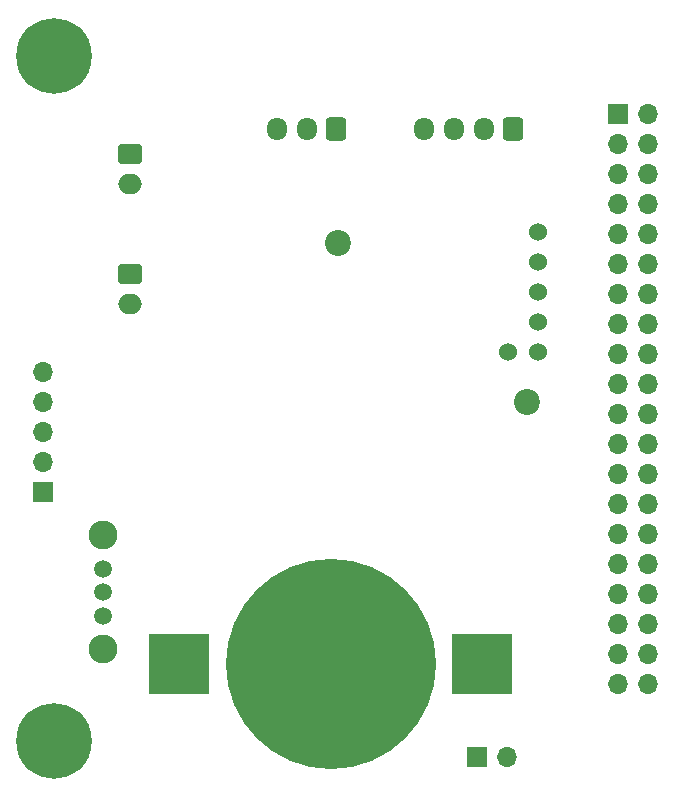
<source format=gbr>
%TF.GenerationSoftware,KiCad,Pcbnew,(6.99.0-2504-g6a9c6e8599)*%
%TF.CreationDate,2023-09-14T00:09:02-07:00*%
%TF.ProjectId,BuoyPower,42756f79-506f-4776-9572-2e6b69636164,rev?*%
%TF.SameCoordinates,Original*%
%TF.FileFunction,Soldermask,Bot*%
%TF.FilePolarity,Negative*%
%FSLAX46Y46*%
G04 Gerber Fmt 4.6, Leading zero omitted, Abs format (unit mm)*
G04 Created by KiCad (PCBNEW (6.99.0-2504-g6a9c6e8599)) date 2023-09-14 00:09:02*
%MOMM*%
%LPD*%
G01*
G04 APERTURE LIST*
G04 Aperture macros list*
%AMRoundRect*
0 Rectangle with rounded corners*
0 $1 Rounding radius*
0 $2 $3 $4 $5 $6 $7 $8 $9 X,Y pos of 4 corners*
0 Add a 4 corners polygon primitive as box body*
4,1,4,$2,$3,$4,$5,$6,$7,$8,$9,$2,$3,0*
0 Add four circle primitives for the rounded corners*
1,1,$1+$1,$2,$3*
1,1,$1+$1,$4,$5*
1,1,$1+$1,$6,$7*
1,1,$1+$1,$8,$9*
0 Add four rect primitives between the rounded corners*
20,1,$1+$1,$2,$3,$4,$5,0*
20,1,$1+$1,$4,$5,$6,$7,0*
20,1,$1+$1,$6,$7,$8,$9,0*
20,1,$1+$1,$8,$9,$2,$3,0*%
G04 Aperture macros list end*
%ADD10C,0.800000*%
%ADD11C,6.400000*%
%ADD12R,1.700000X1.700000*%
%ADD13O,1.700000X1.700000*%
%ADD14C,1.512000*%
%ADD15C,2.454000*%
%ADD16C,2.200000*%
%ADD17RoundRect,0.250000X0.600000X0.725000X-0.600000X0.725000X-0.600000X-0.725000X0.600000X-0.725000X0*%
%ADD18O,1.700000X1.950000*%
%ADD19RoundRect,0.250000X-0.750000X0.600000X-0.750000X-0.600000X0.750000X-0.600000X0.750000X0.600000X0*%
%ADD20O,2.000000X1.700000*%
%ADD21C,1.524000*%
%ADD22R,5.100000X5.100000*%
%ADD23C,17.800000*%
G04 APERTURE END LIST*
D10*
%TO.C,H3*%
X128468000Y-129574000D03*
X126770944Y-125476944D03*
X126770944Y-128871056D03*
X126068000Y-127174000D03*
D11*
X128468000Y-127174000D03*
D10*
X128468000Y-124774000D03*
X130165056Y-128871056D03*
X130165056Y-125476944D03*
X130868000Y-127174000D03*
%TD*%
%TO.C,H2*%
X128468000Y-71574000D03*
X126770944Y-67476944D03*
X126770944Y-70871056D03*
X126068000Y-69174000D03*
D11*
X128468000Y-69174000D03*
D10*
X128468000Y-66774000D03*
X130165056Y-70871056D03*
X130165056Y-67476944D03*
X130868000Y-69174000D03*
%TD*%
D12*
%TO.C,J9*%
X164332999Y-128523999D03*
D13*
X166872999Y-128523999D03*
%TD*%
D14*
%TO.C,S1*%
X132588000Y-112554000D03*
X132588000Y-114554000D03*
X132588000Y-116554000D03*
D15*
X132588000Y-109704000D03*
X132588000Y-119404000D03*
%TD*%
D16*
%TO.C,H1*%
X152527000Y-84963000D03*
%TD*%
%TO.C,H5*%
X168529000Y-98425000D03*
%TD*%
D17*
%TO.C,J5*%
X152360000Y-75311000D03*
D18*
X149859999Y-75310999D03*
X147359999Y-75310999D03*
%TD*%
D19*
%TO.C,J4*%
X134895000Y-87650000D03*
D20*
X134894999Y-90149999D03*
%TD*%
D12*
%TO.C,J2*%
X127507999Y-106039999D03*
D13*
X127507999Y-103499999D03*
X127507999Y-100959999D03*
X127507999Y-98419999D03*
X127507999Y-95879999D03*
%TD*%
D21*
%TO.C,J1*%
X169418000Y-84074000D03*
X169418000Y-86614000D03*
X169418000Y-89154000D03*
X169418000Y-91694000D03*
X169418000Y-94234000D03*
X166878000Y-94234000D03*
%TD*%
D19*
%TO.C,J7*%
X134895000Y-77490000D03*
D20*
X134894999Y-79989999D03*
%TD*%
D17*
%TO.C,J8*%
X167346000Y-75311000D03*
D18*
X164845999Y-75310999D03*
X162345999Y-75310999D03*
X159845999Y-75310999D03*
%TD*%
D12*
%TO.C,J10*%
X176197999Y-74043999D03*
D13*
X178737999Y-74043999D03*
X176197999Y-76583999D03*
X178737999Y-76583999D03*
X176197999Y-79123999D03*
X178737999Y-79123999D03*
X176197999Y-81663999D03*
X178737999Y-81663999D03*
X176197999Y-84203999D03*
X178737999Y-84203999D03*
X176197999Y-86743999D03*
X178737999Y-86743999D03*
X176197999Y-89283999D03*
X178737999Y-89283999D03*
X176197999Y-91823999D03*
X178737999Y-91823999D03*
X176197999Y-94363999D03*
X178737999Y-94363999D03*
X176197999Y-96903999D03*
X178737999Y-96903999D03*
X176197999Y-99443999D03*
X178737999Y-99443999D03*
X176197999Y-101983999D03*
X178737999Y-101983999D03*
X176197999Y-104523999D03*
X178737999Y-104523999D03*
X176197999Y-107063999D03*
X178737999Y-107063999D03*
X176197999Y-109603999D03*
X178737999Y-109603999D03*
X176197999Y-112143999D03*
X178737999Y-112143999D03*
X176197999Y-114683999D03*
X178737999Y-114683999D03*
X176197999Y-117223999D03*
X178737999Y-117223999D03*
X176197999Y-119763999D03*
X178737999Y-119763999D03*
X176197999Y-122303999D03*
X178737999Y-122303999D03*
%TD*%
D22*
%TO.C,BT2*%
X139091999Y-120649999D03*
X164691999Y-120649999D03*
D23*
X151892000Y-120650000D03*
%TD*%
M02*

</source>
